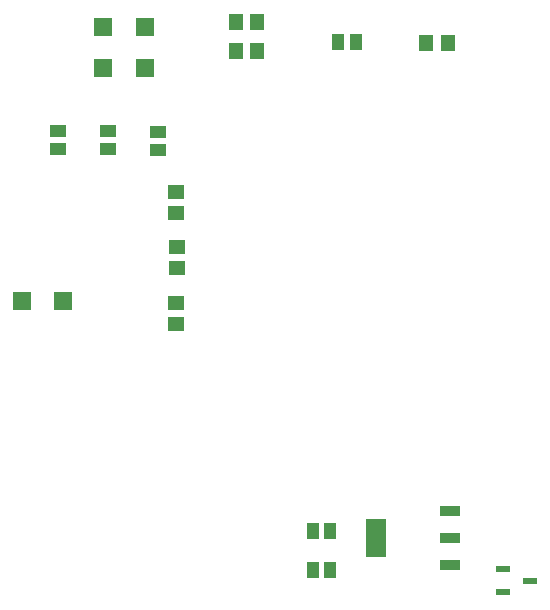
<source format=gtp>
G04*
G04 #@! TF.GenerationSoftware,Altium Limited,Altium Designer,19.1.7 (138)*
G04*
G04 Layer_Color=8421504*
%FSLAX25Y25*%
%MOIN*%
G70*
G01*
G75*
G04:AMPARAMS|DCode=16|XSize=35.43mil|YSize=68.9mil|CornerRadius=1.95mil|HoleSize=0mil|Usage=FLASHONLY|Rotation=270.000|XOffset=0mil|YOffset=0mil|HoleType=Round|Shape=RoundedRectangle|*
%AMROUNDEDRECTD16*
21,1,0.03543,0.06500,0,0,270.0*
21,1,0.03154,0.06890,0,0,270.0*
1,1,0.00390,-0.03250,-0.01577*
1,1,0.00390,-0.03250,0.01577*
1,1,0.00390,0.03250,0.01577*
1,1,0.00390,0.03250,-0.01577*
%
%ADD16ROUNDEDRECTD16*%
G04:AMPARAMS|DCode=17|XSize=125.98mil|YSize=68.9mil|CornerRadius=2.07mil|HoleSize=0mil|Usage=FLASHONLY|Rotation=270.000|XOffset=0mil|YOffset=0mil|HoleType=Round|Shape=RoundedRectangle|*
%AMROUNDEDRECTD17*
21,1,0.12598,0.06476,0,0,270.0*
21,1,0.12185,0.06890,0,0,270.0*
1,1,0.00413,-0.03238,-0.06093*
1,1,0.00413,-0.03238,0.06093*
1,1,0.00413,0.03238,0.06093*
1,1,0.00413,0.03238,-0.06093*
%
%ADD17ROUNDEDRECTD17*%
%ADD18R,0.04528X0.02362*%
%ADD19R,0.04724X0.05512*%
%ADD20R,0.05512X0.04724*%
%ADD21R,0.04331X0.05512*%
%ADD22R,0.05906X0.05906*%
%ADD23R,0.05906X0.05906*%
%ADD24R,0.05512X0.04331*%
D16*
X151303Y12874D02*
D03*
Y21929D02*
D03*
Y30984D02*
D03*
D17*
X126697Y21929D02*
D03*
D18*
X169071Y11526D02*
D03*
Y4045D02*
D03*
X177929Y7785D02*
D03*
D19*
X79957Y184429D02*
D03*
X87043D02*
D03*
X79957Y193929D02*
D03*
X87043D02*
D03*
X150543Y186929D02*
D03*
X143457D02*
D03*
D20*
X60000Y93386D02*
D03*
Y100472D02*
D03*
X60181Y119176D02*
D03*
Y112090D02*
D03*
X60000Y137472D02*
D03*
Y130386D02*
D03*
D21*
X105547Y24429D02*
D03*
X111453D02*
D03*
X114047Y187429D02*
D03*
X119953D02*
D03*
X105547Y11429D02*
D03*
X111453D02*
D03*
D22*
X35500Y192319D02*
D03*
Y178539D02*
D03*
X49500Y192319D02*
D03*
Y178539D02*
D03*
D23*
X8610Y100929D02*
D03*
X22390D02*
D03*
D24*
X54000Y151476D02*
D03*
Y157382D02*
D03*
X37134Y151795D02*
D03*
Y157701D02*
D03*
X20634Y151795D02*
D03*
Y157701D02*
D03*
M02*

</source>
